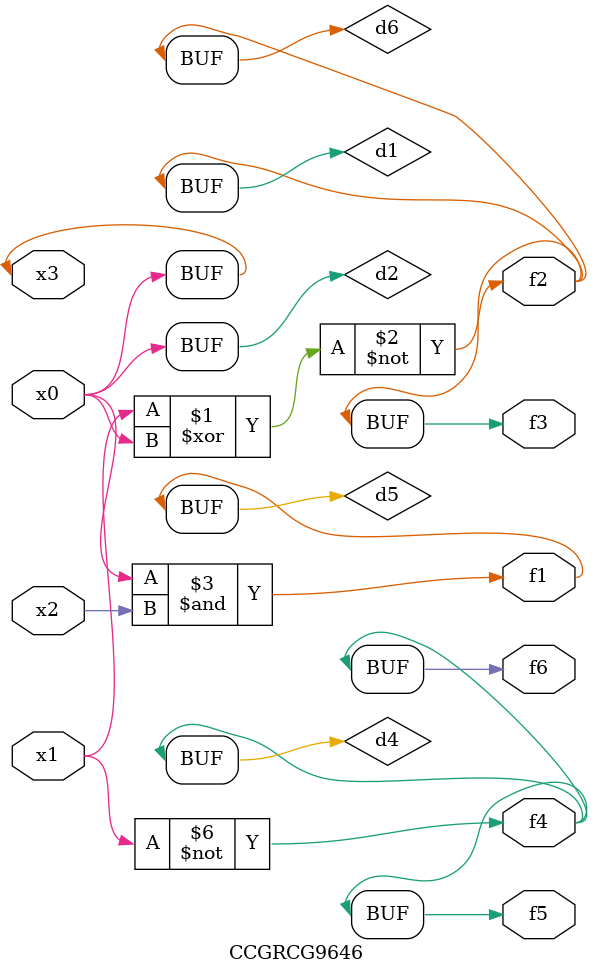
<source format=v>
module CCGRCG9646(
	input x0, x1, x2, x3,
	output f1, f2, f3, f4, f5, f6
);

	wire d1, d2, d3, d4, d5, d6;

	xnor (d1, x1, x3);
	buf (d2, x0, x3);
	nand (d3, x0, x2);
	not (d4, x1);
	nand (d5, d3);
	or (d6, d1);
	assign f1 = d5;
	assign f2 = d6;
	assign f3 = d6;
	assign f4 = d4;
	assign f5 = d4;
	assign f6 = d4;
endmodule

</source>
